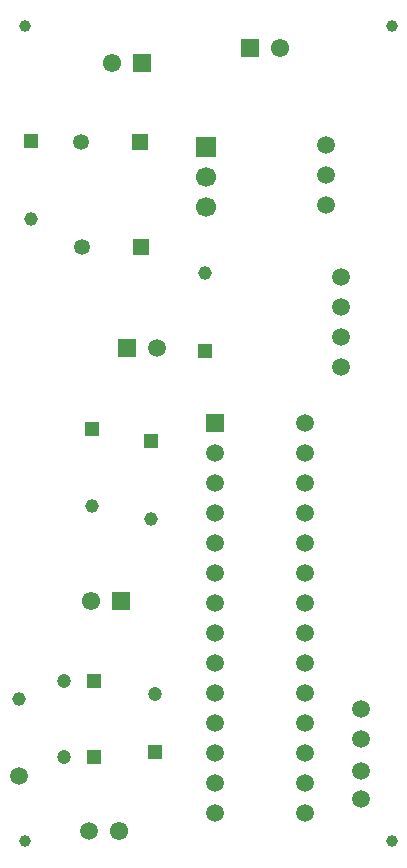
<source format=gbr>
G04*
G04 #@! TF.GenerationSoftware,Altium Limited,Altium Designer,22.4.2 (48)*
G04*
G04 Layer_Color=255*
%FSLAX44Y44*%
%MOMM*%
G71*
G04*
G04 #@! TF.SameCoordinates,FA8E5277-3887-454B-883E-EC14CB0092E5*
G04*
G04*
G04 #@! TF.FilePolarity,Positive*
G04*
G01*
G75*
%ADD14C,1.1500*%
%ADD22R,1.1500X1.1500*%
%ADD23R,1.2000X1.2000*%
%ADD24C,1.2000*%
%ADD25R,1.5500X1.5500*%
%ADD27C,1.5500*%
%ADD32C,1.5000*%
%ADD33C,1.3500*%
%ADD34R,1.3500X1.3500*%
%ADD35R,1.2000X1.2000*%
%ADD36R,1.7000X1.7000*%
%ADD37C,1.0000*%
%ADD38R,1.5000X1.5000*%
%ADD39C,1.7000*%
D14*
X744220Y600710D02*
D03*
X754380Y1007330D02*
D03*
X901700Y961170D02*
D03*
X855980Y753330D02*
D03*
X806450Y763710D02*
D03*
D22*
X754380Y1072930D02*
D03*
X901700Y895570D02*
D03*
X855980Y818930D02*
D03*
X806450Y829310D02*
D03*
D23*
X807720Y615950D02*
D03*
Y551180D02*
D03*
D24*
X859790Y604520D02*
D03*
X782720Y615950D02*
D03*
Y551180D02*
D03*
D25*
X831215Y683260D02*
D03*
X939800Y1151890D02*
D03*
X848360Y1138730D02*
D03*
D27*
X805815Y683260D02*
D03*
X829310Y488950D02*
D03*
X965200Y1151890D02*
D03*
X822960Y1138730D02*
D03*
D32*
X744220Y535110D02*
D03*
X803910Y488950D02*
D03*
X986790Y529590D02*
D03*
X1017270Y957580D02*
D03*
Y932180D02*
D03*
Y906780D02*
D03*
Y881380D02*
D03*
X861060Y897890D02*
D03*
X1004570Y1069340D02*
D03*
Y1043940D02*
D03*
Y1018540D02*
D03*
X986790Y504190D02*
D03*
Y554990D02*
D03*
Y580390D02*
D03*
Y605790D02*
D03*
Y631190D02*
D03*
Y656590D02*
D03*
Y681990D02*
D03*
Y707390D02*
D03*
Y732790D02*
D03*
Y758190D02*
D03*
Y783590D02*
D03*
Y808990D02*
D03*
Y834390D02*
D03*
X910590Y504190D02*
D03*
Y529590D02*
D03*
Y554990D02*
D03*
Y580390D02*
D03*
Y605790D02*
D03*
Y631190D02*
D03*
Y656590D02*
D03*
Y681990D02*
D03*
Y707390D02*
D03*
Y732790D02*
D03*
Y758190D02*
D03*
Y783590D02*
D03*
Y808990D02*
D03*
X1033780Y515620D02*
D03*
Y539750D02*
D03*
Y566420D02*
D03*
Y591820D02*
D03*
D33*
X796690Y1071880D02*
D03*
X797960Y982980D02*
D03*
D34*
X846690Y1071880D02*
D03*
X847960Y982980D02*
D03*
D35*
X859790Y555720D02*
D03*
D36*
X902970Y1068070D02*
D03*
D37*
X1060000Y1170000D02*
D03*
Y480000D02*
D03*
X750000D02*
D03*
Y1170000D02*
D03*
D38*
X835660Y897890D02*
D03*
X910590Y834390D02*
D03*
D39*
X902970Y1017270D02*
D03*
Y1042670D02*
D03*
M02*

</source>
